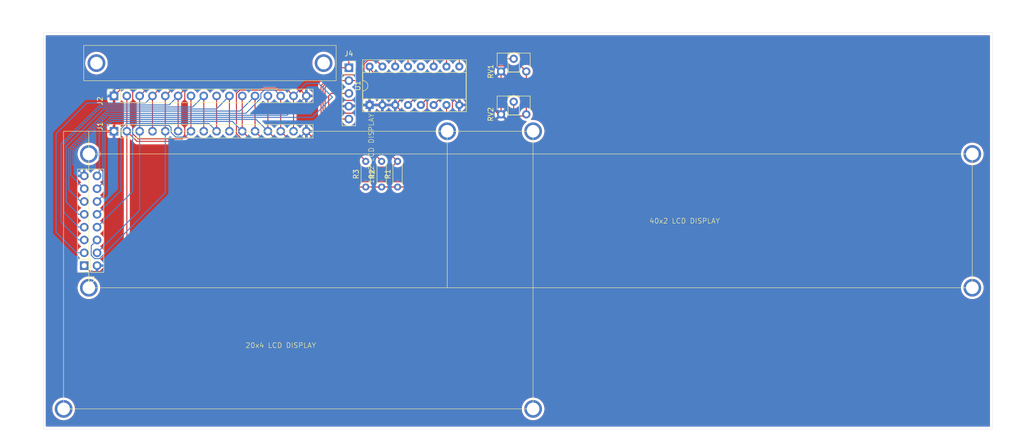
<source format=kicad_pcb>
(kicad_pcb (version 20240108) (generator "pcbnew") (generator_version "8.0")
  (layers (0 "F.Cu" signal) (31 "B.Cu" signal) (34 "B.Paste" user) (35 "F.Paste" user) (36 "B.SilkS" user "B.Silkscreen") (37 "F.SilkS" user "F.Silkscreen") (38 "B.Mask" user) (39 "F.Mask" user) (44 "Edge.Cuts" user))
  (net 0 "")
  (net 1 "GND")
  (net 2 "Net-(J1-Pin_6)")
  (net 3 "VDD")
  (net 4 "Net-(J4-Pin_SCL)")
  (net 5 "Net-(J4-Pin_GND)")
  (net 6 "Net-(J1-Pin_10)")
  (net 7 "Net-(J4-Pin_VDD)")
  (net 8 "Net-(J1-Pin_9)")
  (net 9 "Net-(J1-Pin_14)")
  (net 10 "Net-(J1-Pin_15)")
  (net 12 "Net-(J1-Pin_11)")
  (net 13 "Net-(J1-Pin_5)")
  (net 14 "Net-(J1-Pin_12)")
  (net 15 "Net-(J1-Pin_8)")
  (net 16 "Net-(J1-Pin_7)")
  (net 17 "Net-(J1-Pin_3)")
  (net 18 "Net-(J1-Pin_4)")
  (net 19 "Net-(J1-Pin_13)")
  (footprint "Connector_PinSocket_2.54mm:PinSocket_2x08_P2.54mm_Vertical" (layer "F.Cu") (at 53.58 109.62 180)
    (property "Reference" "J3" (at -1.27 -2.77 0) (layer "F.SilkS"))
    (property "Value" "Conn_02x08_Odd_Even")
    (fp_line (start 1.33 1.27) (end 1.33 19.11) (stroke (width 0.12)) (layer "F.SilkS"))
    (fp_line (start 1.33 -1.33) (end 1.33 0) (stroke (width 0.12)) (layer "F.SilkS"))
    (fp_line (start 0 -1.33) (end 1.33 -1.33) (stroke (width 0.12)) (layer "F.SilkS"))
    (fp_line (start -1.27 1.27) (end 1.33 1.27) (stroke (width 0.12)) (layer "F.SilkS"))
    (fp_line (start -1.27 -1.33) (end -1.27 1.27) (stroke (width 0.12)) (layer "F.SilkS"))
    (fp_line (start -3.87 19.11) (end 1.33 19.11) (stroke (width 0.12)) (layer "F.SilkS"))
    (fp_line (start -3.87 -1.33) (end -1.27 -1.33) (stroke (width 0.12)) (layer "F.SilkS"))
    (fp_line (start -3.87 -1.33) (end -3.87 19.11) (stroke (width 0.12)) (layer "F.SilkS"))
    (pad "1" thru_hole oval (at -2.54 0 180) (size 1.7 1.7) (drill 1) (layers "*.Cu" "*.Mask") (net 1 "GND"))
    (pad "2" thru_hole rect (at 0 0 180) (size 1.7 1.7) (drill 1) (layers "*.Cu" "*.Mask") (net 3 "VDD"))
    (pad "3" thru_hole oval (at -2.54 2.54 180) (size 1.7 1.7) (drill 1) (layers "*.Cu" "*.Mask") (net 17 "Net-(J1-Pin_3)"))
    (pad "4" thru_hole oval (at 0 2.54 180) (size 1.7 1.7) (drill 1) (layers "*.Cu" "*.Mask") (net 18 "Net-(J1-Pin_4)"))
    (pad "5" thru_hole oval (at -2.54 5.08 180) (size 1.7 1.7) (drill 1) (layers "*.Cu" "*.Mask") (net 13 "Net-(J1-Pin_5)"))
    (pad "6" thru_hole oval (at 0 5.08 180) (size 1.7 1.7) (drill 1) (layers "*.Cu" "*.Mask") (net 2 "Net-(J1-Pin_6)"))
    (pad "7" thru_hole oval (at -2.54 7.62 180) (size 1.7 1.7) (drill 1) (layers "*.Cu" "*.Mask") (net 16 "Net-(J1-Pin_7)"))
    (pad "8" thru_hole oval (at 0 7.62 180) (size 1.7 1.7) (drill 1) (layers "*.Cu" "*.Mask") (net 15 "Net-(J1-Pin_8)"))
    (pad "9" thru_hole oval (at -2.54 10.16 180) (size 1.7 1.7) (drill 1) (layers "*.Cu" "*.Mask") (net 8 "Net-(J1-Pin_9)"))
    (pad "10" thru_hole oval (at 0 10.16 180) (size 1.7 1.7) (drill 1) (layers "*.Cu" "*.Mask") (net 6 "Net-(J1-Pin_10)"))
    (pad "11" thru_hole oval (at -2.54 12.7 180) (size 1.7 1.7) (drill 1) (layers "*.Cu" "*.Mask") (net 12 "Net-(J1-Pin_11)"))
    (pad "12" thru_hole oval (at 0 12.7 180) (size 1.7 1.7) (drill 1) (layers "*.Cu" "*.Mask") (net 14 "Net-(J1-Pin_12)"))
    (pad "13" thru_hole oval (at -2.54 15.24 180) (size 1.7 1.7) (drill 1) (layers "*.Cu" "*.Mask") (net 19 "Net-(J1-Pin_13)"))
    (pad "14" thru_hole oval (at 0 15.24 180) (size 1.7 1.7) (drill 1) (layers "*.Cu" "*.Mask") (net 9 "Net-(J1-Pin_14)"))
    (pad "15" thru_hole oval (at -2.54 17.78 180) (size 1.7 1.7) (drill 1) (layers "*.Cu" "*.Mask") (net 10 "Net-(J1-Pin_15)"))
    (pad "16" thru_hole oval (at 0 17.78 180) (size 1.7 1.7) (drill 1) (layers "*.Cu" "*.Mask") (net 1 "GND"))
  )
  (footprint "Connector_PinSocket_2.54mm:PinSocket_1x16_P2.54mm_Vertical" (layer "F.Cu") (at 59.48 83 90)
    (property "Reference" "J1" (at 1 -2.77 90) (layer "F.SilkS"))
    (property "Value" "Conn_01x16_Pin" (hide yes))
    (fp_line (start 1.33 -1.33) (end 1.33 0) (stroke (width 0.12)) (layer "F.SilkS"))
    (fp_line (start 0 -1.33) (end 1.33 -1.33) (stroke (width 0.12)) (layer "F.SilkS"))
    (fp_line (start 1.33 1.27) (end 1.33 39.43) (stroke (width 0.12)) (layer "F.SilkS"))
    (fp_line (start -1.33 1.27) (end 1.33 1.27) (stroke (width 0.12)) (layer "F.SilkS"))
    (fp_line (start -1.33 1.27) (end -1.33 39.43) (stroke (width 0.12)) (layer "F.SilkS"))
    (fp_line (start -1.33 39.43) (end 1.33 39.43) (stroke (width 0.12)) (layer "F.SilkS"))
    (pad "1" thru_hole rect (at 0 0 90) (size 1.7 1.7) (drill 1) (layers "*.Cu" "*.Mask") (net 1 "GND"))
    (pad "2" thru_hole oval (at 0 2.54 90) (size 1.7 1.7) (drill 1) (layers "*.Cu" "*.Mask") (net 3 "VDD"))
    (pad "3" thru_hole oval (at 0 5.08 90) (size 1.7 1.7) (drill 1) (layers "*.Cu" "*.Mask") (net 17 "Net-(J1-Pin_3)"))
    (pad "4" thru_hole oval (at 0 7.62 90) (size 1.7 1.7) (drill 1) (layers "*.Cu" "*.Mask") (net 18 "Net-(J1-Pin_4)"))
    (pad "5" thru_hole oval (at 0 10.16 90) (size 1.7 1.7) (drill 1) (layers "*.Cu" "*.Mask") (net 13 "Net-(J1-Pin_5)"))
    (pad "6" thru_hole oval (at 0 12.7 90) (size 1.7 1.7) (drill 1) (layers "*.Cu" "*.Mask") (net 2 "Net-(J1-Pin_6)"))
    (pad "7" thru_hole oval (at 0 15.24 90) (size 1.7 1.7) (drill 1) (layers "*.Cu" "*.Mask") (net 16 "Net-(J1-Pin_7)"))
    (pad "8" thru_hole oval (at 0 17.78 90) (size 1.7 1.7) (drill 1) (layers "*.Cu" "*.Mask") (net 15 "Net-(J1-Pin_8)"))
    (pad "9" thru_hole oval (at 0 20.32 90) (size 1.7 1.7) (drill 1) (layers "*.Cu" "*.Mask") (net 8 "Net-(J1-Pin_9)"))
    (pad "10" thru_hole oval (at 0 22.86 90) (size 1.7 1.7) (drill 1) (layers "*.Cu" "*.Mask") (net 6 "Net-(J1-Pin_10)"))
    (pad "11" thru_hole oval (at 0 25.4 90) (size 1.7 1.7) (drill 1) (layers "*.Cu" "*.Mask") (net 12 "Net-(J1-Pin_11)"))
    (pad "12" thru_hole oval (at 0 27.94 90) (size 1.7 1.7) (drill 1) (layers "*.Cu" "*.Mask") (net 14 "Net-(J1-Pin_12)"))
    (pad "13" thru_hole oval (at 0 30.48 90) (size 1.7 1.7) (drill 1) (layers "*.Cu" "*.Mask") (net 19 "Net-(J1-Pin_13)"))
    (pad "14" thru_hole oval (at 0 33.02 90) (size 1.7 1.7) (drill 1) (layers "*.Cu" "*.Mask") (net 9 "Net-(J1-Pin_14)"))
    (pad "15" thru_hole oval (at 0 35.56 90) (size 1.7 1.7) (drill 1) (layers "*.Cu" "*.Mask") (net 10 "Net-(J1-Pin_15)"))
    (pad "16" thru_hole oval (at 0 38.1 90) (size 1.7 1.7) (drill 1) (layers "*.Cu" "*.Mask") (net 1 "GND"))
  )
  (footprint "Potentiometer_THT:Potentiometer_ACP_CA6-H2,5_Horizontal" (layer "F.Cu") (at 136.15 79.65 90)
    (property "Reference" "RV2" (at 0 -2.06 90) (layer "F.SilkS"))
    (property "Value" "10k")
    (fp_line (start 3.62 -0.77) (end 3.62 5.77) (stroke (width 0.12)) (layer "F.SilkS"))
    (fp_line (start 0.925 -0.77) (end 3.62 -0.77) (stroke (width 0.12)) (layer "F.SilkS"))
    (fp_line (start -0.121 1.066) (end -0.121 3.935) (stroke (width 0.12)) (layer "F.SilkS"))
    (fp_line (start 3.62 1.38) (end 3.62 3.62) (stroke (width 0.12)) (layer "F.SilkS"))
    (fp_line (start -0.121 1.38) (end 3.62 1.38) (stroke (width 0.12)) (layer "F.SilkS"))
    (fp_line (start -0.121 1.38) (end -0.121 3.62) (stroke (width 0.12)) (layer "F.SilkS"))
    (fp_line (start -0.121 3.62) (end 3.62 3.62) (stroke (width 0.12)) (layer "F.SilkS"))
    (fp_line (start 0.925 5.77) (end 3.62 5.77) (stroke (width 0.12)) (layer "F.SilkS"))
    (pad "1" thru_hole circle (at 0 0 90) (size 1.62 1.62) (drill 0.9) (layers "*.Cu" "*.Mask") (net 1 "GND"))
    (pad "2" thru_hole circle (at 2.5 2.5 90) (size 1.62 1.62) (drill 0.9) (layers "*.Cu" "*.Mask") (net 10 "Net-(J1-Pin_15)"))
    (pad "3" thru_hole circle (at 0 5 90) (size 1.62 1.62) (drill 0.9) (layers "*.Cu" "*.Mask") (net 3 "VDD"))
  )
  (footprint "Resistor_THT:R_Axial_DIN0204_L3.6mm_D1.6mm_P5.08mm_Horizontal" (layer "F.Cu") (at 109.35 94.04 90)
    (property "Reference" "R3" (at 2.54 -1.92 90) (layer "F.SilkS"))
    (property "Value" "10k")
    (fp_line (start 0.62 -0.92) (end 4.46 -0.92) (stroke (width 0.12)) (layer "F.SilkS"))
    (fp_line (start 0.62 0.92) (end 4.46 0.92) (stroke (width 0.12)) (layer "F.SilkS"))
    (pad "1" thru_hole circle (at 0 0 90) (size 1.4 1.4) (drill 0.7) (layers "*.Cu" "*.Mask") (net 3 "VDD"))
    (pad "2" thru_hole oval (at 5.08 0 90) (size 1.4 1.4) (drill 0.7) (layers "*.Cu" "*.Mask") (net 7 "Net-(J4-Pin_VDD)"))
  )
  (footprint "Connector_PinSocket_2.54mm:PinSocket_1x05_P2.54mm_Vertical" (layer "F.Cu") (at 106 70.42)
    (property "Reference" "J4" (at 0 -2.77 0) (layer "F.SilkS"))
    (property "Value" "Conn_01x05_Socket")
    (fp_line (start -1.33 1.27) (end -1.33 11.49) (stroke (width 0.12)) (layer "F.SilkS"))
    (fp_line (start -1.33 1.27) (end 1.33 1.27) (stroke (width 0.12)) (layer "F.SilkS"))
    (fp_line (start -1.33 11.49) (end 1.33 11.49) (stroke (width 0.12)) (layer "F.SilkS"))
    (fp_line (start 0 -1.33) (end 1.33 -1.33) (stroke (width 0.12)) (layer "F.SilkS"))
    (fp_line (start 1.33 -1.33) (end 1.33 0) (stroke (width 0.12)) (layer "F.SilkS"))
    (fp_line (start 1.33 1.27) (end 1.33 11.49) (stroke (width 0.12)) (layer "F.SilkS"))
    (pad "1" thru_hole rect (at 0 0) (size 1.7 1.7) (drill 1) (layers "*.Cu" "*.Mask") (net 7 "Net-(J4-Pin_VDD)"))
    (pad "2" thru_hole oval (at 0 2.54) (size 1.7 1.7) (drill 1) (layers "*.Cu" "*.Mask") (net 5 "Net-(J4-Pin_GND)"))
    (pad "3" thru_hole oval (at 0 5.08) (size 1.7 1.7) (drill 1) (layers "*.Cu" "*.Mask") (net 4 "Net-(J4-Pin_SCL)"))
    (pad "4" thru_hole oval (at 0 7.62) (size 1.7 1.7) (drill 1) (layers "*.Cu" "*.Mask") (net 1 "GND"))
    (pad "5" thru_hole oval (at 0 10.16) (size 1.7 1.7) (drill 1) (layers "*.Cu" "*.Mask") (net 3 "VDD"))
  )
  (footprint "Package_DIP:DIP-16_W7.62mm_Socket" (layer "F.Cu") (at 110.1 77.8 90)
    (property "Reference" "U1" (at 3.81 -2.33 90) (layer "F.SilkS"))
    (property "Value" "PCF8574A")
    (fp_line (start 8.95 -1.39) (end -1.33 -1.39) (stroke (width 0.12)) (layer "F.SilkS"))
    (fp_line (start -1.33 -1.39) (end -1.33 19.17) (stroke (width 0.12)) (layer "F.SilkS"))
    (fp_line (start 6.46 -1.33) (end 4.81 -1.33) (stroke (width 0.12)) (layer "F.SilkS"))
    (fp_line (start 2.81 -1.33) (end 1.16 -1.33) (stroke (width 0.12)) (layer "F.SilkS"))
    (fp_line (start 1.16 -1.33) (end 1.16 19.11) (stroke (width 0.12)) (layer "F.SilkS"))
    (fp_line (start 6.46 19.11) (end 6.46 -1.33) (stroke (width 0.12)) (layer "F.SilkS"))
    (fp_line (start 1.16 19.11) (end 6.46 19.11) (stroke (width 0.12)) (layer "F.SilkS"))
    (fp_line (start 8.95 19.17) (end 8.95 -1.39) (stroke (width 0.12)) (layer "F.SilkS"))
    (fp_line (start -1.33 19.17) (end 8.95 19.17) (stroke (width 0.12)) (layer "F.SilkS"))
    (fp_arc (start 4.81 -1.33) (mid 3.81 -0.33) (end 2.81 -1.33) (stroke (width 0.12)) (layer "F.SilkS"))
    (pad "1" thru_hole rect (at 0 0 90) (size 1.6 1.6) (drill 0.8) (layers "*.Cu" "*.Mask") (net 1 "GND"))
    (pad "2" thru_hole oval (at 0 2.54 90) (size 1.6 1.6) (drill 0.8) (layers "*.Cu" "*.Mask") (net 1 "GND"))
    (pad "3" thru_hole oval (at 0 5.08 90) (size 1.6 1.6) (drill 0.8) (layers "*.Cu" "*.Mask") (net 1 "GND"))
    (pad "4" thru_hole oval (at 0 7.62 90) (size 1.6 1.6) (drill 0.8) (layers "*.Cu" "*.Mask") (net 12 "Net-(J1-Pin_11)"))
    (pad "5" thru_hole oval (at 0 10.16 90) (size 1.6 1.6) (drill 0.8) (layers "*.Cu" "*.Mask") (net 14 "Net-(J1-Pin_12)"))
    (pad "6" thru_hole oval (at 0 12.7 90) (size 1.6 1.6) (drill 0.8) (layers "*.Cu" "*.Mask") (net 19 "Net-(J1-Pin_13)"))
    (pad "7" thru_hole oval (at 0 15.24 90) (size 1.6 1.6) (drill 0.8) (layers "*.Cu" "*.Mask") (net 9 "Net-(J1-Pin_14)"))
    (pad "8" thru_hole oval (at 0 17.78 90) (size 1.6 1.6) (drill 0.8) (layers "*.Cu" "*.Mask") (net 1 "GND"))
    (pad "9" thru_hole oval (at 7.62 17.78 90) (size 1.6 1.6) (drill 0.8) (layers "*.Cu" "*.Mask") (net 18 "Net-(J1-Pin_4)"))
    (pad "10" thru_hole oval (at 7.62 15.24 90) (size 1.6 1.6) (drill 0.8) (layers "*.Cu" "*.Mask") (net 13 "Net-(J1-Pin_5)"))
    (pad "11" thru_hole oval (at 7.62 12.7 90) (size 1.6 1.6) (drill 0.8) (layers "*.Cu" "*.Mask") (net 2 "Net-(J1-Pin_6)"))
    (pad "12" thru_hole oval (at 7.62 10.16 90) (size 1.6 1.6) (drill 0.8) (layers "*.Cu" "*.Mask"))
    (pad "13" thru_hole oval (at 7.62 7.62 90) (size 1.6 1.6) (drill 0.8) (layers "*.Cu" "*.Mask") (net 7 "Net-(J4-Pin_VDD)"))
    (pad "14" thru_hole oval (at 7.62 5.08 90) (size 1.6 1.6) (drill 0.8) (layers "*.Cu" "*.Mask") (net 4 "Net-(J4-Pin_SCL)"))
    (pad "15" thru_hole oval (at 7.62 2.54 90) (size 1.6 1.6) (drill 0.8) (layers "*.Cu" "*.Mask") (net 5 "Net-(J4-Pin_GND)"))
    (pad "16" thru_hole oval (at 7.62 0 90) (size 1.6 1.6) (drill 0.8) (layers "*.Cu" "*.Mask") (net 3 "VDD"))
  )
  (footprint "Resistor_THT:R_Axial_DIN0204_L3.6mm_D1.6mm_P5.08mm_Horizontal" (layer "F.Cu") (at 112.5 94.04 90)
    (property "Reference" "R2" (at 2.54 -1.92 90) (layer "F.SilkS"))
    (property "Value" "10k")
    (fp_line (start 0.62 -0.92) (end 4.46 -0.92) (stroke (width 0.12)) (layer "F.SilkS"))
    (fp_line (start 0.62 0.92) (end 4.46 0.92) (stroke (width 0.12)) (layer "F.SilkS"))
    (pad "1" thru_hole circle (at 0 0 90) (size 1.4 1.4) (drill 0.7) (layers "*.Cu" "*.Mask") (net 3 "VDD"))
    (pad "2" thru_hole oval (at 5.08 0 90) (size 1.4 1.4) (drill 0.7) (layers "*.Cu" "*.Mask") (net 5 "Net-(J4-Pin_GND)"))
  )
  (footprint "Resistor_THT:R_Axial_DIN0204_L3.6mm_D1.6mm_P5.08mm_Horizontal" (layer "F.Cu") (at 115.65 94.04 90)
    (property "Reference" "R1" (at 2.54 -1.92 90) (layer "F.SilkS"))
    (property "Value" "10k")
    (fp_line (start 0.62 -0.92) (end 4.46 -0.92) (stroke (width 0.12)) (layer "F.SilkS"))
    (fp_line (start 0.62 0.92) (end 4.46 0.92) (stroke (width 0.12)) (layer "F.SilkS"))
    (pad "1" thru_hole circle (at 0 0 90) (size 1.4 1.4) (drill 0.7) (layers "*.Cu" "*.Mask") (net 3 "VDD"))
    (pad "2" thru_hole oval (at 5.08 0 90) (size 1.4 1.4) (drill 0.7) (layers "*.Cu" "*.Mask") (net 4 "Net-(J4-Pin_SCL)"))
  )
  (footprint "Connector_PinSocket_2.54mm:PinSocket_1x16_P2.54mm_Vertical" (layer "F.Cu") (at 59.48 76 90)
    (property "Reference" "J2" (at -1 -2.77 90) (layer "F.SilkS"))
    (property "Value" "Conn_01x16_Pin" (hide yes))
    (fp_line (start 1.33 -1.33) (end 1.33 0) (stroke (width 0.12)) (layer "F.SilkS"))
    (fp_line (start 0 -1.33) (end 1.33 -1.33) (stroke (width 0.12)) (layer "F.SilkS"))
    (fp_line (start 1.33 1.27) (end 1.33 39.43) (stroke (width 0.12)) (layer "F.SilkS"))
    (fp_line (start -1.33 1.27) (end 1.33 1.27) (stroke (width 0.12)) (layer "F.SilkS"))
    (fp_line (start -1.33 1.27) (end -1.33 39.43) (stroke (width 0.12)) (layer "F.SilkS"))
    (fp_line (start -1.33 39.43) (end 1.33 39.43) (stroke (width 0.12)) (layer "F.SilkS"))
    (pad "1" thru_hole rect (at 0 0 90) (size 1.7 1.7) (drill 1) (layers "*.Cu" "*.Mask") (net 1 "GND"))
    (pad "2" thru_hole oval (at 0 2.54 90) (size 1.7 1.7) (drill 1) (layers "*.Cu" "*.Mask") (net 3 "VDD"))
    (pad "3" thru_hole oval (at 0 5.08 90) (size 1.7 1.7) (drill 1) (layers "*.Cu" "*.Mask") (net 17 "Net-(J1-Pin_3)"))
    (pad "4" thru_hole oval (at 0 7.62 90) (size 1.7 1.7) (drill 1) (layers "*.Cu" "*.Mask") (net 18 "Net-(J1-Pin_4)"))
    (pad "5" thru_hole oval (at 0 10.16 90) (size 1.7 1.7) (drill 1) (layers "*.Cu" "*.Mask") (net 13 "Net-(J1-Pin_5)"))
    (pad "6" thru_hole oval (at 0 12.7 90) (size 1.7 1.7) (drill 1) (layers "*.Cu" "*.Mask") (net 2 "Net-(J1-Pin_6)"))
    (pad "7" thru_hole oval (at 0 15.24 90) (size 1.7 1.7) (drill 1) (layers "*.Cu" "*.Mask") (net 16 "Net-(J1-Pin_7)"))
    (pad "8" thru_hole oval (at 0 17.78 90) (size 1.7 1.7) (drill 1) (layers "*.Cu" "*.Mask") (net 15 "Net-(J1-Pin_8)"))
    (pad "9" thru_hole oval (at 0 20.32 90) (size 1.7 1.7) (drill 1) (layers "*.Cu" "*.Mask") (net 8 "Net-(J1-Pin_9)"))
    (pad "10" thru_hole oval (at 0 22.86 90) (size 1.7 1.7) (drill 1) (layers "*.Cu" "*.Mask") (net 6 "Net-(J1-Pin_10)"))
    (pad "11" thru_hole oval (at 0 25.4 90) (size 1.7 1.7) (drill 1) (layers "*.Cu" "*.Mask") (net 12 "Net-(J1-Pin_11)"))
    (pad "12" thru_hole oval (at 0 27.94 90) (size 1.7 1.7) (drill 1) (layers "*.Cu" "*.Mask") (net 14 "Net-(J1-Pin_12)"))
    (pad "13" thru_hole oval (at 0 30.48 90) (size 1.7 1.7) (drill 1) (layers "*.Cu" "*.Mask") (net 19 "Net-(J1-Pin_13)"))
    (pad "14" thru_hole oval (at 0 33.02 90) (size 1.7 1.7) (drill 1) (layers "*.Cu" "*.Mask") (net 9 "Net-(J1-Pin_14)"))
    (pad "15" thru_hole oval (at 0 35.56 90) (size 1.7 1.7) (drill 1) (layers "*.Cu" "*.Mask") (net 10 "Net-(J1-Pin_15)"))
    (pad "16" thru_hole oval (at 0 38.1 90) (size 1.7 1.7) (drill 1) (layers "*.Cu" "*.Mask") (net 1 "GND"))
  )
  (footprint "Potentiometer_THT:Potentiometer_ACP_CA6-H2,5_Horizontal" (layer "F.Cu") (at 136.15 71.15 90)
    (property "Reference" "RV1" (at 0 -2.06 90) (layer "F.SilkS"))
    (property "Value" "10k")
    (fp_line (start 3.62 -0.77) (end 3.62 5.77) (stroke (width 0.12)) (layer "F.SilkS"))
    (fp_line (start 0.925 -0.77) (end 3.62 -0.77) (stroke (width 0.12)) (layer "F.SilkS"))
    (fp_line (start -0.121 1.066) (end -0.121 3.935) (stroke (width 0.12)) (layer "F.SilkS"))
    (fp_line (start 3.62 1.38) (end 3.62 3.62) (stroke (width 0.12)) (layer "F.SilkS"))
    (fp_line (start -0.121 1.38) (end 3.62 1.38) (stroke (width 0.12)) (layer "F.SilkS"))
    (fp_line (start -0.121 1.38) (end -0.121 3.62) (stroke (width 0.12)) (layer "F.SilkS"))
    (fp_line (start -0.121 3.62) (end 3.62 3.62) (stroke (width 0.12)) (layer "F.SilkS"))
    (fp_line (start 0.925 5.77) (end 3.62 5.77) (stroke (width 0.12)) (layer "F.SilkS"))
    (pad "1" thru_hole circle (at 0 0 90) (size 1.62 1.62) (drill 0.9) (layers "*.Cu" "*.Mask") (net 1 "GND"))
    (pad "2" thru_hole circle (at 2.5 2.5 90) (size 1.62 1.62) (drill 0.9) (layers "*.Cu" "*.Mask") (net 17 "Net-(J1-Pin_3)"))
    (pad "3" thru_hole circle (at 0 5 90) (size 1.62 1.62) (drill 0.9) (layers "*.Cu" "*.Mask") (net 3 "VDD"))
  )
  (gr_rect (start 54.48 87.5) (end 229.48 114) (stroke (width 0.1)) (fill none) (layer "F.SilkS"))
  (gr_rect (start 53.48 66) (end 103.48 73) (stroke (width 0.1)) (fill none) (layer "F.SilkS"))
  (gr_rect (start 54.48 83) (end 125.48 114) (stroke (width 0.1)) (fill none) (layer "F.SilkS"))
  (gr_rect (start 49.48 83) (end 142.48 138) (stroke (width 0.1)) (fill none) (layer "F.SilkS"))
  (gr_rect (start 45.48 63.5) (end 233.5 142) (stroke (width 0.05)) (fill none) (layer "Edge.Cuts"))
  (gr_text "40x2 LCD DISPLAY\n" (at 165.48 101.35 0) (layer "F.SilkS") (effects (font (size 1 1) (thickness 0.1)) (justify left bottom)))
  (gr_text "20x4 LCD DISPLAY\n" (at 85.48 126 0) (layer "F.SilkS") (effects (font (size 1 1) (thickness 0.1)) (justify left bottom)))
  (gr_text "16x2 LCD DISPLAY\n" (at 111.04 93.48 90) (layer "F.SilkS") (effects (font (size 1 1) (thickness 0.1)) (justify left bottom)))
  (via (at 229.5 87.5) (size 3.5) (drill 2.5) (layers "F.Cu" "B.Cu") (net 0))
  (via (at 54.5 87.5) (size 3.5) (drill 2.5) (layers "F.Cu" "B.Cu") (net 0))
  (via (at 229.5 114) (size 3.5) (drill 2.5) (layers "F.Cu" "B.Cu") (net 0))
  (via (at 49.5 138) (size 3.5) (drill 2.5) (layers "F.Cu" "B.Cu") (net 0))
  (via (at 101 69.5) (size 3.5) (drill 2.5) (layers "F.Cu" "B.Cu") (net 0))
  (via (at 142.5 83) (size 3.5) (drill 2.5) (layers "F.Cu" "B.Cu") (net 0))
  (via (at 54.5 114) (size 3.5) (drill 2.5) (layers "F.Cu" "B.Cu") (net 0))
  (via (at 142.5 138) (size 3.5) (drill 2.5) (layers "F.Cu" "B.Cu") (net 0))
  (via (at 56 69.5) (size 3.5) (drill 2.5) (layers "F.Cu" "B.Cu") (net 0))
  (via (at 125.48 83) (size 3.5) (drill 2.5) (layers "F.Cu" "B.Cu") (net 0))
  (segment (start 62.5 74.5) (end 60.98 74.5) (width 0.2) (layer "F.Cu") (net 1))
  (segment (start 121.5 78.455635) (end 120.455635 79.5) (width 0.2) (layer "F.Cu") (net 1))
  (segment (start 110.1 77.8) (end 112.64 77.8) (width 0.2) (layer "F.Cu") (net 1))
  (segment (start 104.93 79.43) (end 112 79.43) (width 0.2) (layer "F.Cu") (net 1))
  (segment (start 122.825686 75.8) (end 121.5 77.125686) (width 0.2) (layer "F.Cu") (net 1))
  (segment (start 73 84.5) (end 64.193654 84.5) (width 0.2) (layer "F.Cu") (net 1))
  (segment (start 110.1 77.8) (end 110.35 78.05) (width 0.2) (layer "F.Cu") (net 1))
  (segment (start 120.455635 79.5) (end 116.88 79.5) (width 0.2) (layer "F.Cu") (net 1))
  (segment (start 64.193654 84.5) (end 63.17 83.476346) (width 0.2) (layer "F.Cu") (net 1))
  (segment (start 122 81.044365) (end 122 89.67157) (width 0.2) (layer "F.Cu") (net 1))
  (segment (start 127.88 77.8) (end 125.88 75.8) (width 0.2) (layer "F.Cu") (net 1))
  (segment (start 121.17157 90.5) (end 105.08 90.5) (width 0.2) (layer "F.Cu") (net 1))
  (segment (start 116.88 79.5) (end 115.18 77.8) (width 0.2) (layer "F.Cu") (net 1))
  (segment (start 125.88 75.8) (end 122.825686 75.8) (width 0.2) (layer "F.Cu") (net 1))
  (segment (start 130.6 74.6) (end 118.38 74.6) (width 0.2) (layer "F.Cu") (net 1))
  (segment (start 73.5 75.245686) (end 73.5 84) (width 0.2) (layer "F.Cu") (net 1))
  (segment (start 120.455635 79.5) (end 122 81.044365) (width 0.2) (layer "F.Cu") (net 1))
  (segment (start 112.64 78.79) (end 112.64 77.8) (width 0.2) (layer "F.Cu") (net 1))
  (segment (start 121.5 77.125686) (end 121.5 78.455635) (width 0.2) (layer "F.Cu") (net 1))
  (segment (start 118.38 74.6) (end 115.18 77.8) (width 0.2) (layer "F.Cu") (net 1))
  (segment (start 112.64 77.8) (end 115.18 77.8) (width 0.2) (layer "F.Cu") (net 1))
  (segment (start 136.15 79.65) (end 135.65 79.65) (width 0.2) (layer "F.Cu") (net 1))
  (segment (start 106 78.04) (end 104.46 78.04) (width 0.2) (layer "F.Cu") (net 1))
  (segment (start 110.1 77.8) (end 106.24 77.8) (width 0.2) (layer "F.Cu") (net 1))
  (segment (start 122 89.67157) (end 121.17157 90.5) (width 0.2) (layer "F.Cu") (net 1))
  (segment (start 104 78.5) (end 104.93 79.43) (width 0.2) (layer "F.Cu") (net 1))
  (segment (start 63.17 75.17) (end 62.5 74.5) (width 0.2) (layer "F.Cu") (net 1))
  (segment (start 63.17 83.476346) (end 63.17 75.17) (width 0.2) (layer "F.Cu") (net 1))
  (segment (start 104.46 78.04) (end 104 78.5) (width 0.2) (layer "F.Cu") (net 1))
  (segment (start 60.98 74.5) (end 59.48 76) (width 0.2) (layer "F.Cu") (net 1))
  (segment (start 135.65 79.65) (end 130.6 74.6) (width 0.2) (layer "F.Cu") (net 1))
  (segment (start 105.08 90.5) (end 97.58 83) (width 0.2) (layer "F.Cu") (net 1))
  (segment (start 112 79.43) (end 112.64 78.79) (width 0.2) (layer "F.Cu") (net 1))
  (segment (start 96.03 74.45) (end 74.295686 74.45) (width 0.2) (layer "F.Cu") (net 1))
  (segment (start 73.5 84) (end 73 84.5) (width 0.2) (layer "F.Cu") (net 1))
  (segment (start 74.295686 74.45) (end 73.5 75.245686) (width 0.2) (layer "F.Cu") (net 1))
  (segment (start 59.48 76) (end 59.48 83) (width 0.2) (layer "F.Cu") (net 1))
  (segment (start 127.88 77.8) (end 127.780862 77.8) (width 0.2) (layer "F.Cu") (net 1))
  (segment (start 136.15 79.65) (end 136.15 71.15) (width 0.2) (layer "F.Cu") (net 1))
  (segment (start 97.58 76) (end 97.58 83) (width 0.2) (layer "F.Cu") (net 1))
  (segment (start 97.58 76) (end 96.03 74.45) (width 0.2) (layer "F.Cu") (net 1))
  (segment (start 106.24 77.8) (end 106 78.04) (width 0.2) (layer "F.Cu") (net 1))
  (segment (start 58.281372 79.85) (end 51.3 86.831372) (width 0.2) (layer "B.Cu") (net 1))
  (segment (start 51.3 89.56) (end 53.58 91.84) (width 0.2) (layer "B.Cu") (net 1))
  (segment (start 93.73 79.85) (end 58.281372 79.85) (width 0.2) (layer "B.Cu") (net 1))
  (segment (start 56.12 109.62) (end 70.96 109.62) (width 0.2) (layer "B.Cu") (net 1))
  (segment (start 51.3 86.831372) (end 51.3 89.56) (width 0.2) (layer "B.Cu") (net 1))
  (segment (start 70.96 109.62) (end 97.58 83) (width 0.2) (layer "B.Cu") (net 1))
  (segment (start 97.58 76) (end 93.73 79.85) (width 0.2) (layer "B.Cu") (net 1))
  (segment (start 122.8 70.18) (end 122.8 67.8) (width 0.2) (layer "F.Cu") (net 2))
  (segment (start 72.18 76) (end 72.18 83) (width 0.2) (layer "F.Cu") (net 2))
  (segment (start 122.8 67.8) (end 122 67) (width 0.2) (layer "F.Cu") (net 2))
  (segment (start 122 67) (end 81.18 67) (width 0.2) (layer "F.Cu") (net 2))
  (segment (start 81.18 67) (end 72.18 76) (width 0.2) (layer "F.Cu") (net 2))
  (segment (start 49 85.5) (end 49 101) (width 0.2) (layer "B.Cu") (net 2))
  (segment (start 49 101) (end 52.54 104.54) (width 0.2) (layer "B.Cu") (net 2))
  (segment (start 70.38 77.8) (end 56.7 77.8) (width 0.2) (layer "B.Cu") (net 2))
  (segment (start 52.54 104.54) (end 53.58 104.54) (width 0.2) (layer "B.Cu") (net 2))
  (segment (start 56.7 77.8) (end 49 85.5) (width 0.2) (layer "B.Cu") (net 2))
  (segment (start 72.18 76) (end 70.38 77.8) (width 0.2) (layer "B.Cu") (net 2))
  (segment (start 140.8 80) (end 138.5 80) (width 0.2) (layer "F.Cu") (net 3))
  (segment (start 62.02 105.48) (end 62.02 83) (width 0.2) (layer "F.Cu") (net 3))
  (segment (start 112.5 94.04) (end 109.35 94.04) (width 0.2) (layer "F.Cu") (net 3))
  (segment (start 106.673173 76.89) (end 103.61 76.89) (width 0.2) (layer "F.Cu") (net 3))
  (segment (start 54.73 110.77) (end 56.73 110.77) (width 0.2) (layer "F.Cu") (net 3))
  (segment (start 133.46 70.04) (end 130.5 73) (width 0.2) (layer "F.Cu") (net 3))
  (segment (start 115.65 94.04) (end 112.5 94.04) (width 0.2) (layer "F.Cu") (net 3))
  (segment (start 141.15 79.65) (end 140.8 80) (width 0.2) (layer "F.Cu") (net 3))
  (segment (start 124.46 94.04) (end 115.65 94.04) (width 0.2) (layer "F.Cu") (net 3))
  (segment (start 107.5 74.007157) (end 107.5 76.063173) (width 0.2) (layer "F.Cu") (net 3))
  (segment (start 140.04 70.04) (end 133.46 70.04) (width 0.2) (layer "F.Cu") (net 3))
  (segment (start 53.58 109.62) (end 54.73 110.77) (width 0.2) (layer "F.Cu") (net 3))
  (segment (start 62.02 83) (end 64.02 85) (width 0.2) (layer "F.Cu") (net 3))
  (segment (start 102.4 78.1) (end 102.4 79.4) (width 0.2) (layer "F.Cu") (net 3))
  (segment (start 110.1 71.407157) (end 107.5 74.007157) (width 0.2) (layer "F.Cu") (net 3))
  (segment (start 62.02 76) (end 62.02 83) (width 0.2) (layer "F.Cu") (net 3))
  (segment (start 130.5 73) (end 112.5 73) (width 0.2) (layer "F.Cu") (net 3))
  (segment (start 102.4 79.4) (end 103.58 80.58) (width 0.2) (layer "F.Cu") (net 3))
  (segment (start 141.15 71.15) (end 141.15 79.65) (width 0.2) (layer "F.Cu") (net 3))
  (segment (start 56.73 110.77) (end 62.02 105.48) (width 0.2) (layer "F.Cu") (net 3))
  (segment (start 110.1 70.18) (end 110.1 71.407157) (width 0.2) (layer "F.Cu") (net 3))
  (segment (start 110.1 70.6) (end 110.1 70.18) (width 0.2) (layer "F.Cu") (net 3))
  (segment (start 83.5 85) (end 92.54 94.04) (width 0.2) (layer "F.Cu") (net 3))
  (segment (start 138.5 80) (end 124.46 94.04) (width 0.2) (layer "F.Cu") (net 3))
  (segment (start 107.5 76.063173) (end 106.673173 76.89) (width 0.2) (layer "F.Cu") (net 3))
  (segment (start 103.61 76.89) (end 102.4 78.1) (width 0.2) (layer "F.Cu") (net 3))
  (segment (start 112.5 73) (end 110.1 70.6) (width 0.2) (layer "F.Cu") (net 3))
  (segment (start 103.58 80.58) (end 106 80.58) (width 0.2) (layer "F.Cu") (net 3))
  (segment (start 141.15 71.15) (end 140.04 70.04) (width 0.2) (layer "F.Cu") (net 3))
  (segment (start 64.02 85) (end 83.5 85) (width 0.2) (layer "F.Cu") (net 3))
  (segment (start 92.54 94.04) (end 109.35 94.04) (width 0.2) (layer "F.Cu") (net 3))
  (segment (start 102 79.868628) (end 102 76) (width 0.2) (layer "F.Cu") (net 4))
  (segment (start 114.5 68) (end 108.985686 68) (width 0.2) (layer "F.Cu") (net 4))
  (segment (start 115.18 68.68) (end 114.5 68) (width 0.2) (layer "F.Cu") (net 4))
  (segment (start 108.631372 86.5) (end 102 79.868628) (width 0.2) (layer "F.Cu") (net 4))
  (segment (start 110 87.5) (end 111 88.5) (width 0.2) (layer "F.Cu") (net 4))
  (segment (start 113.19 86.5) (end 108.631372 86.5) (width 0.2) (layer "F.Cu") (net 4))
  (segment (start 111 89.5) (end 111.6 90.1) (width 0.2) (layer "F.Cu") (net 4))
  (segment (start 100.9 74.125686) (end 100.9 79.9) (width 0.2) (layer "F.Cu") (net 4))
  (segment (start 111.6 90.1) (end 114.51 90.1) (width 0.2) (layer "F.Cu") (net 4))
  (segment (start 102 76) (end 102.5 75.5) (width 0.2) (layer "F.Cu") (net 4))
  (segment (start 115.18 70.18) (end 115.18 68.68) (width 0.2) (layer "F.Cu") (net 4))
  (segment (start 108.5 87.5) (end 110 87.5) (width 0.2) (layer "F.Cu") (net 4))
  (segment (start 108.151372 68.834314) (end 108.151372 71.348628) (width 0.2) (layer "F.Cu") (net 4))
  (segment (start 103.215686 71.81) (end 100.9 74.125686) (width 0.2) (layer "F.Cu") (net 4))
  (segment (start 108.151372 71.348628) (end 107.69 71.81) (width 0.2) (layer "F.Cu") (net 4))
  (segment (start 100.9 79.9) (end 108.5 87.5) (width 0.2) (layer "F.Cu") (net 4))
  (segment (start 115.65 88.96) (end 113.19 86.5) (width 0.2) (layer "F.Cu") (net 4))
  (segment (start 107.69 71.81) (end 103.215686 71.81) (width 0.2) (layer "F.Cu") (net 4))
  (segment (start 108.985686 68) (end 108.151372 68.834314) (width 0.2) (layer "F.Cu") (net 4))
  (segment (start 111 88.5) (end 111 89.5) (width 0.2) (layer "F.Cu") (net 4))
  (segment (start 102.5 75.5) (end 106 75.5) (width 0.2) (layer "F.Cu") (net 4))
  (segment (start 114.51 90.1) (end 115.65 88.96) (width 0.2) (layer "F.Cu") (net 4))
  (segment (start 101.3 74.291372) (end 101.3 79.734314) (width 0.2) (layer "F.Cu") (net 5))
  (segment (start 110.54 87) (end 112.5 88.96) (width 0.2) (layer "F.Cu") (net 5))
  (segment (start 106 72.96) (end 106.325686 72.96) (width 0.2) (layer "F.Cu") (net 5))
  (segment (start 109 69.724365) (end 109 71.448628) (width 0.2) (layer "F.Cu") (net 5))
  (segment (start 102.631372 72.96) (end 101.3 74.291372) (width 0.2) (layer "F.Cu") (net 5))
  (segment (start 108.565686 87) (end 110.54 87) (width 0.2) (layer "F.Cu") (net 5))
  (segment (start 101.3 79.734314) (end 108.565686 87) (width 0.2) (layer "F.Cu") (net 5))
  (segment (start 107.488628 72.96) (end 106 72.96) (width 0.2) (layer "F.Cu") (net 5))
  (segment (start 111.46 69) (end 109.724365 69) (width 0.2) (layer "F.Cu") (net 5))
  (segment (start 106 72.96) (end 102.631372 72.96) (width 0.2) (layer "F.Cu") (net 5))
  (segment (start 112.64 70.18) (end 111.46 69) (width 0.2) (layer "F.Cu") (net 5))
  (segment (start 109.724365 69) (end 109 69.724365) (width 0.2) (layer "F.Cu") (net 5))
  (segment (start 109 71.448628) (end 107.488628 72.96) (width 0.2) (layer "F.Cu") (net 5))
  (segment (start 82.34 76) (end 82.34 83) (width 0.2) (layer "F.Cu") (net 6))
  (segment (start 50 86) (end 50 97) (width 0.2) (layer "B.Cu") (net 6))
  (segment (start 50 97) (end 52.46 99.46) (width 0.2) (layer "B.Cu") (net 6))
  (segment (start 57.4 78.6) (end 50 86) (width 0.2) (layer "B.Cu") (net 6))
  (segment (start 52.46 99.46) (end 53.58 99.46) (width 0.2) (layer "B.Cu") (net 6))
  (segment (start 79.74 78.6) (end 57.4 78.6) (width 0.2) (layer "B.Cu") (net 6))
  (segment (start 82.34 76) (end 79.74 78.6) (width 0.2) (layer "B.Cu") (net 6))
  (segment (start 106 70.42) (end 106 69) (width 0.2) (layer "F.Cu") (net 7))
  (segment (start 100.5 80.065686) (end 100.5 73.96) (width 0.2) (layer "F.Cu") (net 7))
  (segment (start 109.35 88.96) (end 109.35 88.915686) (width 0.2) (layer "F.Cu") (net 7))
  (segment (start 104.04 70.42) (end 106 70.42) (width 0.2) (layer "F.Cu") (net 7))
  (segment (start 100.5 73.96) (end 104.04 70.42) (width 0.2) (layer "F.Cu") (net 7))
  (segment (start 107.5 67.5) (end 116.5 67.5) (width 0.2) (layer "F.Cu") (net 7))
  (segment (start 109.35 88.96) (end 109 88.61) (width 0.2) (layer "F.Cu") (net 7))
  (segment (start 116.5 67.5) (end 117.72 68.72) (width 0.2) (layer "F.Cu") (net 7))
  (segment (start 117.72 68.72) (end 117.72 70.18) (width 0.2) (layer "F.Cu") (net 7))
  (segment (start 109.35 88.915686) (end 100.5 80.065686) (width 0.2) (layer "F.Cu") (net 7))
  (segment (start 106 69) (end 107.5 67.5) (width 0.2) (layer "F.Cu") (net 7))
  (segment (start 79.8 76) (end 79.8 83) (width 0.2) (layer "F.Cu") (net 8))
  (segment (start 60.87 94.71) (end 56.12 99.46) (width 0.2) (layer "B.Cu") (net 8))
  (segment (start 60.87 82.523654) (end 60.87 94.71) (width 0.2) (layer "B.Cu") (net 8))
  (segment (start 61.943654 81.45) (end 60.87 82.523654) (width 0.2) (layer "B.Cu") (net 8))
  (segment (start 79.8 83) (end 78.25 81.45) (width 0.2) (layer "B.Cu") (net 8))
  (segment (start 78.25 81.45) (end 61.943654 81.45) (width 0.2) (layer "B.Cu") (net 8))
  (segment (start 121.237256 91) (end 100.5 91) (width 0.2) (layer "F.Cu") (net 9))
  (segment (start 125.34 79.16) (end 122.5 82) (width 0.2) (layer "F.Cu") (net 9))
  (segment (start 122.5 82) (end 122.5 89.737256) (width 0.2) (layer "F.Cu") (net 9))
  (segment (start 122.5 89.737256) (end 121.237256 91) (width 0.2) (layer "F.Cu") (net 9))
  (segment (start 100.5 91) (end 92.5 83) (width 0.2) (layer "F.Cu") (net 9))
  (segment (start 92.5 76) (end 92.5 83) (width 0.2) (layer "F.Cu") (net 9))
  (segment (start 125.34 77.8) (end 125.34 79.16) (width 0.2) (layer "F.Cu") (net 9))
  (segment (start 88.57 76.476346) (end 85.596346 79.45) (width 0.2) (layer "B.Cu") (net 9))
  (segment (start 91.35 74.85) (end 89.243654 74.85) (width 0.2) (layer "B.Cu") (net 9))
  (segment (start 89.243654 74.85) (end 88.57 75.523654) (width 0.2) (layer "B.Cu") (net 9))
  (segment (start 58.115686 79.45) (end 50.9 86.665686) (width 0.2) (layer "B.Cu") (net 9))
  (segment (start 85.596346 79.45) (end 58.115686 79.45) (width 0.2) (layer "B.Cu") (net 9))
  (segment (start 92.5 76) (end 91.35 74.85) (width 0.2) (layer "B.Cu") (net 9))
  (segment (start 50.9 91.7) (end 53.58 94.38) (width 0.2) (layer "B.Cu") (net 9))
  (segment (start 50.9 86.665686) (end 50.9 91.7) (width 0.2) (layer "B.Cu") (net 9))
  (segment (start 88.57 75.523654) (end 88.57 76.476346) (width 0.2) (layer "B.Cu") (net 9))
  (segment (start 83.73 83.476346) (end 83.73 75.523654) (width 0.2) (layer "F.Cu") (net 10))
  (segment (start 138.65 77.15) (end 138.65 79.284314) (width 0.2) (layer "F.Cu") (net 10))
  (segment (start 124.934314 93) (end 93.253654 93) (width 0.2) (layer "F.Cu") (net 10))
  (segment (start 95.04 76) (end 95.04 83) (width 0.2) (layer "F.Cu") (net 10))
  (segment (start 138.65 79.284314) (end 124.934314 93) (width 0.2) (layer "F.Cu") (net 10))
  (segment (start 93.253654 93) (end 83.73 83.476346) (width 0.2) (layer "F.Cu") (net 10))
  (segment (start 84.403654 74.85) (end 93.89 74.85) (width 0.2) (layer "F.Cu") (net 10))
  (segment (start 83.73 75.523654) (end 84.403654 74.85) (width 0.2) (layer "F.Cu") (net 10))
  (segment (start 93.89 74.85) (end 95.04 76) (width 0.2) (layer "F.Cu") (net 10))
  (segment (start 56.55 82.45) (end 58.75 80.25) (width 0.2) (layer "B.Cu") (net 10))
  (segment (start 97.54 73.5) (end 95.04 76) (width 0.2) (layer "B.Cu") (net 10))
  (segment (start 58.75 80.25) (end 98.75 80.25) (width 0.2) (layer "B.Cu") (net 10))
  (segment (start 102.75 76.25) (end 100 73.5) (width 0.2) (layer "B.Cu") (net 10))
  (segment (start 56.55 91.41) (end 56.55 82.45) (width 0.2) (layer "B.Cu") (net 10))
  (segment (start 100 73.5) (end 97.54 73.5) (width 0.2) (layer "B.Cu") (net 10))
  (segment (start 98.75 80.25) (end 102.75 76.25) (width 0.2) (layer "B.Cu") (net 10))
  (segment (start 56.12 91.84) (end 56.55 91.41) (width 0.2) (layer "B.Cu") (net 10))
  (segment (start 84.88 76) (end 84.88 83) (width 0.2) (layer "F.Cu") (net 12))
  (segment (start 94.38 92.5) (end 84.88 83) (width 0.2) (layer "F.Cu") (net 12))
  (segment (start 130 75) (end 131.5 76.5) (width 0.2) (layer "F.Cu") (net 12))
  (segment (start 131.5 82.434314) (end 121.434314 92.5) (width 0.2) (layer "F.Cu") (net 12))
  (segment (start 120.52 75) (end 130 75) (width 0.2) (layer "F.Cu") (net 12))
  (segment (start 117.72 77.8) (end 120.52 75) (width 0.2) (layer "F.Cu") (net 12))
  (segment (start 121.434314 92.5) (end 94.38 92.5) (width 0.2) (layer "F.Cu") (net 12))
  (segment (start 131.5 76.5) (end 131.5 82.434314) (width 0.2) (layer "F.Cu") (net 12))
  (segment (start 57.67 82.51) (end 57.67 95.37) (width 0.2) (layer "B.Cu") (net 12))
  (segment (start 57.67 95.37) (end 56.12 96.92) (width 0.2) (layer "B.Cu") (net 12))
  (segment (start 59.13 81.05) (end 57.67 82.51) (width 0.2) (layer "B.Cu") (net 12))
  (segment (start 82.93 81.05) (end 59.13 81.05) (width 0.2) (layer "B.Cu") (net 12))
  (segment (start 84.88 83) (end 82.93 81.05) (width 0.2) (layer "B.Cu") (net 12))
  (segment (start 124 66.5) (end 79.14 66.5) (width 0.2) (layer "F.Cu") (net 13))
  (segment (start 125.34 67.84) (end 124 66.5) (width 0.2) (layer "F.Cu") (net 13))
  (segment (start 79.14 66.5) (end 69.64 76) (width 0.2) (layer "F.Cu") (net 13))
  (segment (start 125.34 70.18) (end 125.34 67.84) (width 0.2) (layer "F.Cu") (net 13))
  (segment (start 69.64 76) (end 69.64 83) (width 0.2) (layer "F.Cu") (net 13))
  (segment (start 69.64 83) (end 69.64 95.186346) (width 0.2) (layer "B.Cu") (net 13))
  (segment (start 54.97 107.556346) (end 54.97 105.69) (width 0.2) (layer "B.Cu") (net 13))
  (segment (start 56.596346 108.23) (end 55.643654 108.23) (width 0.2) (layer "B.Cu") (net 13))
  (segment (start 55.643654 108.23) (end 54.97 107.556346) (width 0.2) (layer "B.Cu") (net 13))
  (segment (start 54.97 105.69) (end 56.12 104.54) (width 0.2) (layer "B.Cu") (net 13))
  (segment (start 69.64 95.186346) (end 56.596346 108.23) (width 0.2) (layer "B.Cu") (net 13))
  (segment (start 121.368628 92) (end 96.42 92) (width 0.2) (layer "F.Cu") (net 14))
  (segment (start 120.26 77.8) (end 122.66 75.4) (width 0.2) (layer "F.Cu") (net 14))
  (segment (start 87.42 76) (end 87.42 83) (width 0.2) (layer "F.Cu") (net 14))
  (segment (start 96.42 92) (end 87.42 83) (width 0.2) (layer "F.Cu") (net 14))
  (segment (start 122.66 75.4) (end 128.9 75.4) (width 0.2) (layer "F.Cu") (net 14))
  (segment (start 130.5 77) (end 130.5 82.868628) (width 0.2) (layer "F.Cu") (net 14))
  (segment (start 130.5 82.868628) (end 121.368628 92) (width 0.2) (layer "F.Cu") (net 14))
  (segment (start 128.9 75.4) (end 130.5 77) (width 0.2) (layer "F.Cu") (net 14))
  (segment (start 50.5 94.54) (end 52.88 96.92) (width 0.2) (layer "B.Cu") (net 14))
  (segment (start 52.88 96.92) (end 53.58 96.92) (width 0.2) (layer "B.Cu") (net 14))
  (segment (start 84.42 79) (end 58 79) (width 0.2) (layer "B.Cu") (net 14))
  (segment (start 87.42 76) (end 84.42 79) (width 0.2) (layer "B.Cu") (net 14))
  (segment (start 58 79) (end 50.5 86.5) (width 0.2) (layer "B.Cu") (net 14))
  (segment (start 50.5 86.5) (end 50.5 94.54) (width 0.2) (layer "B.Cu") (net 14))
  (segment (start 77.26 76) (end 77.26 83) (width 0.2) (layer "F.Cu") (net 15))
  (segment (start 49.5 85.565686) (end 49.5 99) (width 0.2) (layer "B.Cu") (net 15))
  (segment (start 52.5 102) (end 53.58 102) (width 0.2) (layer "B.Cu") (net 15))
  (segment (start 77.26 76) (end 75.06 78.2) (width 0.2) (layer "B.Cu") (net 15))
  (segment (start 56.865686 78.2) (end 49.5 85.565686) (width 0.2) (layer "B.Cu") (net 15))
  (segment (start 75.06 78.2) (end 56.865686 78.2) (width 0.2) (layer "B.Cu") (net 15))
  (segment (start 49.5 99) (end 52.5 102) (width 0.2) (layer "B.Cu") (net 15))
  (segment (start 74.72 76) (end 74.72 83) (width 0.2) (layer "F.Cu") (net 16))
  (segment (start 63.843654 81.85) (end 63.17 82.523654) (width 0.2) (layer "B.Cu") (net 16))
  (segment (start 73.57 84.15) (end 71.703654 84.15) (width 0.2) (layer "B.Cu") (net 16))
  (segment (start 71.703654 84.15) (end 70.79 83.236346) (width 0.2) (layer "B.Cu") (net 16))
  (segment (start 70.79 82.29) (end 70.35 81.85) (width 0.2) (layer "B.Cu") (net 16))
  (segment (start 70.35 81.85) (end 63.843654 81.85) (width 0.2) (layer "B.Cu") (net 16))
  (segment (start 74.72 83) (end 73.57 84.15) (width 0.2) (layer "B.Cu") (net 16))
  (segment (start 63.17 94.95) (end 56.12 102) (width 0.2) (layer "B.Cu") (net 16))
  (segment (start 63.17 82.523654) (end 63.17 94.95) (width 0.2) (layer "B.Cu") (net 16))
  (segment (start 70.79 83.236346) (end 70.79 82.29) (width 0.2) (layer "B.Cu") (net 16))
  (segment (start 138.65 68.65) (end 130.15 68.65) (width 0.2) (layer "F.Cu") (net 17))
  (segment (start 130.15 68.65) (end 127.1 65.6) (width 0.2) (layer "F.Cu") (net 17))
  (segment (start 127.1 65.6) (end 74.96 65.6) (width 0.2) (layer "F.Cu") (net 17))
  (segment (start 64.56 76) (end 64.56 83) (width 0.2) (layer "F.Cu") (net 17))
  (segment (start 74.96 65.6) (end 64.56 76) (width 0.2) (layer "F.Cu") (net 17))
  (segment (start 64.56 83) (end 64.56 98.64) (width 0.2) (layer "B.Cu") (net 17))
  (segment (start 64.56 98.64) (end 56.12 107.08) (width 0.2) (layer "B.Cu") (net 17))
  (segment (start 77.1 66) (end 67.1 76) (width 0.2) (layer "F.Cu") (net 18))
  (segment (start 67.1 76) (end 67.1 83) (width 0.2) (layer "F.Cu") (net 18))
  (segment (start 127.88 70.18) (end 127.88 67.912843) (width 0.2) (layer "F.Cu") (net 18))
  (segment (start 125.967157 66) (end 77.1 66) (width 0.2) (layer "F.Cu") (net 18))
  (segment (start 127.88 67.912843) (end 125.967157 66) (width 0.2) (layer "F.Cu") (net 18))
  (segment (start 52.08 107.08) (end 48 103) (width 0.2) (layer "B.Cu") (net 18))
  (segment (start 54.1 77.4) (end 65.7 77.4) (width 0.2) (layer "B.Cu") (net 18))
  (segment (start 53.58 107.08) (end 52.08 107.08) (width 0.2) (layer "B.Cu") (net 18))
  (segment (start 65.7 77.4) (end 67.1 76) (width 0.2) (layer "B.Cu") (net 18))
  (segment (start 48 83.5) (end 54.1 77.4) (width 0.2) (layer "B.Cu") (net 18))
  (segment (start 48 103) (end 48 83.5) (width 0.2) (layer "B.Cu") (net 18))
  (segment (start 98.46 91.5) (end 89.96 83) (width 0.2) (layer "F.Cu") (net 19))
  (segment (start 89.96 76) (end 89.96 83) (width 0.2) (layer "F.Cu") (net 19))
  (segment (start 123 89.802942) (end 121.302942 91.5) (width 0.2) (layer "F.Cu") (net 19))
  (segment (start 121.302942 91.5) (end 98.46 91.5) (width 0.2) (layer "F.Cu") (net 19))
  (segment (start 126.5 78.565686) (end 123 82.065686) (width 0.2) (layer "F.Cu") (net 19))
  (segment (start 123 82.065686) (end 123 89.802942) (width 0.2) (layer "F.Cu") (net 19))
  (segment (start 125.7 76.2) (end 126.5 77) (width 0.2) (layer "F.Cu") (net 19))
  (segment (start 124.4 76.2) (end 125.7 76.2) (width 0.2) (layer "F.Cu") (net 19))
  (segment (start 126.5 77) (end 126.5 78.565686) (width 0.2) (layer "F.Cu") (net 19))
  (segment (start 122.8 77.8) (end 124.4 76.2) (width 0.2) (layer "F.Cu") (net 19))
  (segment (start 57.27 82.344314) (end 57.27 93.23) (width 0.2) (layer "B.Cu") (net 19))
  (segment (start 58.964314 80.65) (end 57.27 82.344314) (width 0.2) (layer "B.Cu") (net 19))
  (segment (start 57.27 93.23) (end 56.12 94.38) (width 0.2) (layer "B.Cu") (net 19))
  (segment (start 89.96 83) (end 87.61 80.65) (width 0.2) (layer "B.Cu") (net 19))
  (segment (start 87.61 80.65) (end 58.964314 80.65) (width 0.2) (layer "B.Cu") (net 19))
  (zone (net 1) (net_name "GND") (layer "F.Cu") (connect_pads (clearance 0.5)) (min_thickness 0.25) (fill yes (thermal_gap 0.5) (thermal_bridge_width 0.5))
    (polygon (pts (xy 45.5 63.5) (xy 233.5 63.5) (xy 233.5 142) (xy 45.5 142)))
  )
  (zone (net 1) (net_name "GND") (layer "B.Cu") (priority 1) (connect_pads (clearance 0.5)) (min_thickness 0.25) (fill yes (thermal_gap 0.5) (thermal_bridge_width 0.5))
    (polygon (pts (xy 45.5 63.5) (xy 233.5 63.5) (xy 233.5 142) (xy 45.5 142)))
  )
)
</source>
